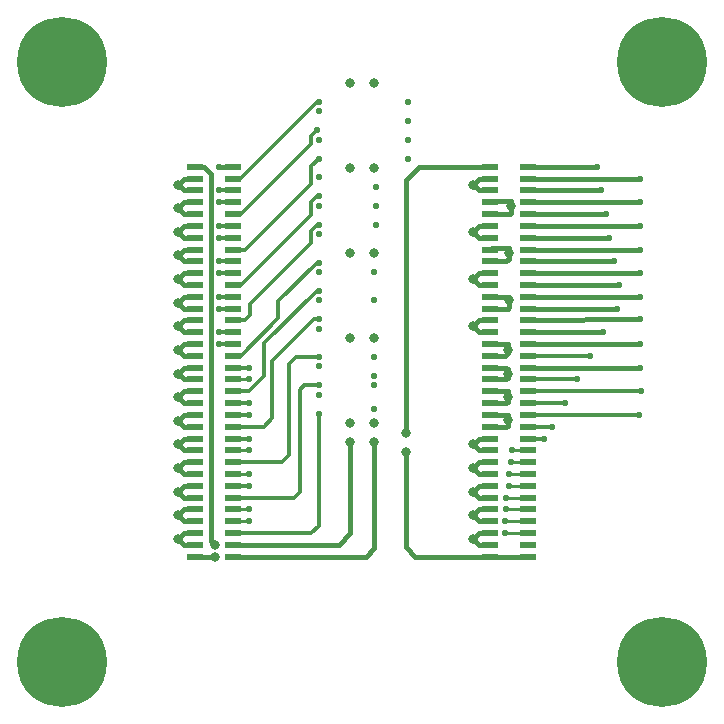
<source format=gbr>
%TF.GenerationSoftware,KiCad,Pcbnew,(5.1.9-0-10_14)*%
%TF.CreationDate,2021-04-27T11:00:09-04:00*%
%TF.ProjectId,backplane-prototype,6261636b-706c-4616-9e65-2d70726f746f,rev?*%
%TF.SameCoordinates,Original*%
%TF.FileFunction,Copper,L1,Top*%
%TF.FilePolarity,Positive*%
%FSLAX46Y46*%
G04 Gerber Fmt 4.6, Leading zero omitted, Abs format (unit mm)*
G04 Created by KiCad (PCBNEW (5.1.9-0-10_14)) date 2021-04-27 11:00:09*
%MOMM*%
%LPD*%
G01*
G04 APERTURE LIST*
%TA.AperFunction,SMDPad,CuDef*%
%ADD10R,1.370000X0.610000*%
%TD*%
%TA.AperFunction,ComponentPad*%
%ADD11C,7.620000*%
%TD*%
%TA.AperFunction,ViaPad*%
%ADD12C,0.800000*%
%TD*%
%TA.AperFunction,ViaPad*%
%ADD13C,0.558800*%
%TD*%
%TA.AperFunction,Conductor*%
%ADD14C,0.431800*%
%TD*%
%TA.AperFunction,Conductor*%
%ADD15C,0.330200*%
%TD*%
%TA.AperFunction,Conductor*%
%ADD16C,0.381000*%
%TD*%
%TA.AperFunction,Conductor*%
%ADD17C,0.279400*%
%TD*%
G04 APERTURE END LIST*
D10*
%TO.P,J1,1*%
%TO.N,/CH0*%
X138550000Y-89500000D03*
%TO.P,J1,2*%
%TO.N,/BIAS1*%
X135348000Y-89500000D03*
%TO.P,J1,3*%
%TO.N,/CH1*%
X138550000Y-90500000D03*
%TO.P,J1,4*%
%TO.N,GND*%
X135348000Y-90500000D03*
%TO.P,J1,5*%
%TO.N,/CH2*%
X138550000Y-91500000D03*
%TO.P,J1,6*%
%TO.N,GND*%
X135348000Y-91500000D03*
%TO.P,J1,7*%
%TO.N,/CH3*%
X138550000Y-92500000D03*
%TO.P,J1,8*%
%TO.N,GND*%
X135348000Y-92500000D03*
%TO.P,J1,9*%
%TO.N,/CH4*%
X138550000Y-93500000D03*
%TO.P,J1,10*%
%TO.N,GND*%
X135348000Y-93500000D03*
%TO.P,J1,11*%
%TO.N,/CH5*%
X138550000Y-94500000D03*
%TO.P,J1,12*%
%TO.N,GND*%
X135348000Y-94500000D03*
%TO.P,J1,13*%
%TO.N,/CH6*%
X138550000Y-95500000D03*
%TO.P,J1,14*%
%TO.N,GND*%
X135348000Y-95500000D03*
%TO.P,J1,15*%
%TO.N,/CH7*%
X138550000Y-96500000D03*
%TO.P,J1,16*%
%TO.N,GND*%
X135348000Y-96500000D03*
%TO.P,J1,17*%
%TO.N,/CH8*%
X138550000Y-97500000D03*
%TO.P,J1,18*%
%TO.N,GND*%
X135348000Y-97500000D03*
%TO.P,J1,19*%
%TO.N,/CH9*%
X138550000Y-98500000D03*
%TO.P,J1,20*%
%TO.N,GND*%
X135348000Y-98500000D03*
%TO.P,J1,21*%
%TO.N,/CH10*%
X138550000Y-99500000D03*
%TO.P,J1,22*%
%TO.N,GND*%
X135348000Y-99500000D03*
%TO.P,J1,23*%
%TO.N,/CH11*%
X138550000Y-100500000D03*
%TO.P,J1,24*%
%TO.N,GND*%
X135348000Y-100500000D03*
%TO.P,J1,25*%
%TO.N,/CH12*%
X138550000Y-101500000D03*
%TO.P,J1,26*%
%TO.N,GND*%
X135348000Y-101500000D03*
%TO.P,J1,27*%
%TO.N,/CH13*%
X138550000Y-102500000D03*
%TO.P,J1,28*%
%TO.N,GND*%
X135348000Y-102500000D03*
%TO.P,J1,29*%
%TO.N,/CH14*%
X138550000Y-103500000D03*
%TO.P,J1,30*%
%TO.N,GND*%
X135348000Y-103500000D03*
%TO.P,J1,31*%
%TO.N,/CH15*%
X138550000Y-104500000D03*
%TO.P,J1,32*%
%TO.N,GND*%
X135348000Y-104500000D03*
%TO.P,J1,33*%
%TO.N,/CH16*%
X138550000Y-105500000D03*
%TO.P,J1,34*%
%TO.N,GND*%
X135348000Y-105500000D03*
%TO.P,J1,35*%
%TO.N,/CH17*%
X138550000Y-106500000D03*
%TO.P,J1,36*%
%TO.N,GND*%
X135348000Y-106500000D03*
%TO.P,J1,37*%
%TO.N,/CH18*%
X138550000Y-107500000D03*
%TO.P,J1,38*%
%TO.N,GND*%
X135348000Y-107500000D03*
%TO.P,J1,39*%
%TO.N,/CH19*%
X138550000Y-108500000D03*
%TO.P,J1,40*%
%TO.N,GND*%
X135348000Y-108500000D03*
%TO.P,J1,41*%
%TO.N,/CH20*%
X138550000Y-109500000D03*
%TO.P,J1,42*%
%TO.N,GND*%
X135348000Y-109500000D03*
%TO.P,J1,43*%
%TO.N,/CH21*%
X138550000Y-110500000D03*
%TO.P,J1,44*%
%TO.N,GND*%
X135348000Y-110500000D03*
%TO.P,J1,45*%
%TO.N,/CH22*%
X138550000Y-111500000D03*
%TO.P,J1,46*%
%TO.N,GND*%
X135348000Y-111500000D03*
%TO.P,J1,47*%
%TO.N,/CH23*%
X138550000Y-112500000D03*
%TO.P,J1,48*%
%TO.N,GND*%
X135348000Y-112500000D03*
%TO.P,J1,49*%
%TO.N,/CH24*%
X138550000Y-113500000D03*
%TO.P,J1,50*%
%TO.N,GND*%
X135348000Y-113500000D03*
%TO.P,J1,51*%
%TO.N,/CH25*%
X138550000Y-114500000D03*
%TO.P,J1,52*%
%TO.N,GND*%
X135348000Y-114500000D03*
%TO.P,J1,53*%
%TO.N,/CH26*%
X138550000Y-115500000D03*
%TO.P,J1,54*%
%TO.N,GND*%
X135348000Y-115500000D03*
%TO.P,J1,55*%
%TO.N,/CH27*%
X138550000Y-116500000D03*
%TO.P,J1,56*%
%TO.N,GND*%
X135348000Y-116500000D03*
%TO.P,J1,57*%
%TO.N,/CH28*%
X138550000Y-117500000D03*
%TO.P,J1,58*%
%TO.N,GND*%
X135348000Y-117500000D03*
%TO.P,J1,59*%
%TO.N,/CH29*%
X138550000Y-118500000D03*
%TO.P,J1,60*%
%TO.N,GND*%
X135348000Y-118500000D03*
%TO.P,J1,61*%
%TO.N,/CH30*%
X138550000Y-119500000D03*
%TO.P,J1,62*%
%TO.N,GND*%
X135348000Y-119500000D03*
%TO.P,J1,63*%
%TO.N,/CH31*%
X138550000Y-120500000D03*
%TO.P,J1,64*%
%TO.N,GND*%
X135348000Y-120500000D03*
%TO.P,J1,65*%
%TO.N,/VDD*%
X138550000Y-121500000D03*
%TO.P,J1,66*%
%TO.N,GND*%
X135348000Y-121500000D03*
%TO.P,J1,67*%
%TO.N,/OUT*%
X138550000Y-122500000D03*
%TO.P,J1,68*%
%TO.N,/BIAS2*%
X135348000Y-122500000D03*
%TD*%
%TO.P,J3,68*%
%TO.N,/BIAS4*%
X160348000Y-122500000D03*
%TO.P,J3,67*%
X163550000Y-122500000D03*
%TO.P,J3,66*%
%TO.N,GND*%
X160348000Y-121500000D03*
%TO.P,J3,65*%
%TO.N,Net-(J3-Pad65)*%
X163550000Y-121500000D03*
%TO.P,J3,64*%
%TO.N,GND*%
X160348000Y-120500000D03*
%TO.P,J3,63*%
%TO.N,/BCH31*%
X163550000Y-120500000D03*
%TO.P,J3,62*%
%TO.N,GND*%
X160348000Y-119500000D03*
%TO.P,J3,61*%
%TO.N,/BCH30*%
X163550000Y-119500000D03*
%TO.P,J3,60*%
%TO.N,GND*%
X160348000Y-118500000D03*
%TO.P,J3,59*%
%TO.N,/BCH29*%
X163550000Y-118500000D03*
%TO.P,J3,58*%
%TO.N,GND*%
X160348000Y-117500000D03*
%TO.P,J3,57*%
%TO.N,/BCH28*%
X163550000Y-117500000D03*
%TO.P,J3,56*%
%TO.N,GND*%
X160348000Y-116500000D03*
%TO.P,J3,55*%
%TO.N,/BCH27*%
X163550000Y-116500000D03*
%TO.P,J3,54*%
%TO.N,GND*%
X160348000Y-115500000D03*
%TO.P,J3,53*%
%TO.N,/BCH26*%
X163550000Y-115500000D03*
%TO.P,J3,52*%
%TO.N,GND*%
X160348000Y-114500000D03*
%TO.P,J3,51*%
%TO.N,/BCH25*%
X163550000Y-114500000D03*
%TO.P,J3,50*%
%TO.N,GND*%
X160348000Y-113500000D03*
%TO.P,J3,49*%
%TO.N,/BCH24*%
X163550000Y-113500000D03*
%TO.P,J3,48*%
%TO.N,GND*%
X160348000Y-112500000D03*
%TO.P,J3,47*%
%TO.N,/BCH23*%
X163550000Y-112500000D03*
%TO.P,J3,46*%
%TO.N,GND*%
X160348000Y-111500000D03*
%TO.P,J3,45*%
%TO.N,/BCH22*%
X163550000Y-111500000D03*
%TO.P,J3,44*%
%TO.N,GND*%
X160348000Y-110500000D03*
%TO.P,J3,43*%
%TO.N,/BCH21*%
X163550000Y-110500000D03*
%TO.P,J3,42*%
%TO.N,GND*%
X160348000Y-109500000D03*
%TO.P,J3,41*%
%TO.N,/BCH20*%
X163550000Y-109500000D03*
%TO.P,J3,40*%
%TO.N,GND*%
X160348000Y-108500000D03*
%TO.P,J3,39*%
%TO.N,/BCH19*%
X163550000Y-108500000D03*
%TO.P,J3,38*%
%TO.N,GND*%
X160348000Y-107500000D03*
%TO.P,J3,37*%
%TO.N,/BCH18*%
X163550000Y-107500000D03*
%TO.P,J3,36*%
%TO.N,GND*%
X160348000Y-106500000D03*
%TO.P,J3,35*%
%TO.N,/BCH17*%
X163550000Y-106500000D03*
%TO.P,J3,34*%
%TO.N,GND*%
X160348000Y-105500000D03*
%TO.P,J3,33*%
%TO.N,/BCH16*%
X163550000Y-105500000D03*
%TO.P,J3,32*%
%TO.N,GND*%
X160348000Y-104500000D03*
%TO.P,J3,31*%
%TO.N,/BCH15*%
X163550000Y-104500000D03*
%TO.P,J3,30*%
%TO.N,GND*%
X160348000Y-103500000D03*
%TO.P,J3,29*%
%TO.N,/BCH14*%
X163550000Y-103500000D03*
%TO.P,J3,28*%
%TO.N,GND*%
X160348000Y-102500000D03*
%TO.P,J3,27*%
%TO.N,/BCH13*%
X163550000Y-102500000D03*
%TO.P,J3,26*%
%TO.N,GND*%
X160348000Y-101500000D03*
%TO.P,J3,25*%
%TO.N,/BCH12*%
X163550000Y-101500000D03*
%TO.P,J3,24*%
%TO.N,GND*%
X160348000Y-100500000D03*
%TO.P,J3,23*%
%TO.N,/BCH11*%
X163550000Y-100500000D03*
%TO.P,J3,22*%
%TO.N,GND*%
X160348000Y-99500000D03*
%TO.P,J3,21*%
%TO.N,/BCH10*%
X163550000Y-99500000D03*
%TO.P,J3,20*%
%TO.N,GND*%
X160348000Y-98500000D03*
%TO.P,J3,19*%
%TO.N,/BCH9*%
X163550000Y-98500000D03*
%TO.P,J3,18*%
%TO.N,GND*%
X160348000Y-97500000D03*
%TO.P,J3,17*%
%TO.N,/BCH8*%
X163550000Y-97500000D03*
%TO.P,J3,16*%
%TO.N,GND*%
X160348000Y-96500000D03*
%TO.P,J3,15*%
%TO.N,/BCH7*%
X163550000Y-96500000D03*
%TO.P,J3,14*%
%TO.N,GND*%
X160348000Y-95500000D03*
%TO.P,J3,13*%
%TO.N,/BCH6*%
X163550000Y-95500000D03*
%TO.P,J3,12*%
%TO.N,GND*%
X160348000Y-94500000D03*
%TO.P,J3,11*%
%TO.N,/BCH5*%
X163550000Y-94500000D03*
%TO.P,J3,10*%
%TO.N,GND*%
X160348000Y-93500000D03*
%TO.P,J3,9*%
%TO.N,/BCH4*%
X163550000Y-93500000D03*
%TO.P,J3,8*%
%TO.N,GND*%
X160348000Y-92500000D03*
%TO.P,J3,7*%
%TO.N,/BCH3*%
X163550000Y-92500000D03*
%TO.P,J3,6*%
%TO.N,GND*%
X160348000Y-91500000D03*
%TO.P,J3,5*%
%TO.N,/BCH2*%
X163550000Y-91500000D03*
%TO.P,J3,4*%
%TO.N,GND*%
X160348000Y-90500000D03*
%TO.P,J3,3*%
%TO.N,/BCH1*%
X163550000Y-90500000D03*
%TO.P,J3,2*%
%TO.N,/BIAS3*%
X160348000Y-89500000D03*
%TO.P,J3,1*%
%TO.N,/BCH0*%
X163550000Y-89500000D03*
%TD*%
D11*
%TO.P,H1,1*%
%TO.N,GND*%
X124100000Y-80600000D03*
%TD*%
%TO.P,H2,2*%
%TO.N,GND*%
X174900000Y-80600000D03*
%TD*%
%TO.P,H3,3*%
%TO.N,GND*%
X124100000Y-131400000D03*
%TD*%
%TO.P,H4,4*%
%TO.N,GND*%
X174900000Y-131400000D03*
%TD*%
D12*
%TO.N,/BIAS2*%
X137000000Y-122500000D03*
%TO.N,/OUT*%
X150500000Y-112800000D03*
%TO.N,GND*%
X158900000Y-91000000D03*
X158900000Y-95000000D03*
X158900000Y-99000000D03*
X158900000Y-103000000D03*
X158900000Y-119000000D03*
X158900000Y-121000000D03*
X133900000Y-121000000D03*
X133900000Y-119000000D03*
X133900000Y-117000000D03*
X133900000Y-115000000D03*
X133900000Y-113000000D03*
X133900000Y-111000000D03*
X133900000Y-109000000D03*
X133900000Y-107000000D03*
X133900000Y-105000000D03*
X133900000Y-103000000D03*
X133900000Y-101000000D03*
X133900000Y-99000000D03*
X133900000Y-97000000D03*
X133900000Y-95000000D03*
X133900000Y-93000000D03*
X133900000Y-91000000D03*
X162100000Y-92800000D03*
X161900000Y-96800000D03*
X161900000Y-100800000D03*
X161800000Y-107000000D03*
X161800000Y-109000000D03*
X158900000Y-113000000D03*
X158900000Y-115000000D03*
X158900000Y-117000000D03*
X161800000Y-110900000D03*
X161800000Y-105000000D03*
X148500000Y-111200000D03*
X150500000Y-111200000D03*
X148500000Y-104000000D03*
X148500000Y-96800000D03*
X148500000Y-89600000D03*
X148500000Y-82400000D03*
X150500000Y-104000000D03*
X150500000Y-96800000D03*
X150500000Y-89600000D03*
X150500000Y-82400000D03*
%TO.N,/VDD*%
X148500000Y-112800000D03*
D13*
%TO.N,/CH31*%
X145800000Y-110400000D03*
%TO.N,/CH30*%
X139900000Y-119500000D03*
%TO.N,/CH29*%
X145800000Y-108800000D03*
X139900000Y-118500000D03*
%TO.N,/CH28*%
X145800000Y-108000000D03*
%TO.N,/CH27*%
X139900000Y-116500000D03*
%TO.N,/CH26*%
X139900000Y-115500000D03*
X145800000Y-106400000D03*
%TO.N,/CH25*%
X145800000Y-105600000D03*
%TO.N,/CH24*%
X139900000Y-113500000D03*
%TO.N,/CH23*%
X145800000Y-103200000D03*
X139900000Y-112500000D03*
%TO.N,/CH22*%
X145800000Y-102400000D03*
%TO.N,/CH21*%
X139900000Y-110500000D03*
%TO.N,/CH20*%
X139900000Y-109500000D03*
X145800000Y-100800000D03*
%TO.N,/CH19*%
X145800000Y-100000000D03*
%TO.N,/CH18*%
X139900000Y-107500000D03*
%TO.N,/CH17*%
X145800000Y-98400000D03*
X139900000Y-106500000D03*
%TO.N,/CH16*%
X145800000Y-97600000D03*
%TO.N,/CH15*%
X137400000Y-104500000D03*
%TO.N,/CH14*%
X145800000Y-95200000D03*
X137400000Y-103500000D03*
%TO.N,/CH13*%
X145800000Y-94400000D03*
%TO.N,/CH12*%
X137400000Y-101500000D03*
%TO.N,/CH11*%
X145800000Y-92800000D03*
X137400000Y-100500000D03*
%TO.N,/CH10*%
X145800000Y-92000000D03*
%TO.N,/CH9*%
X137400000Y-98500000D03*
%TO.N,/CH8*%
X145800000Y-90400000D03*
X137400000Y-97500000D03*
%TO.N,/CH7*%
X145800000Y-88800000D03*
%TO.N,/CH6*%
X137400000Y-95500000D03*
%TO.N,/CH5*%
X145800000Y-87200000D03*
X137400000Y-94500000D03*
%TO.N,/CH4*%
X145646138Y-86400000D03*
%TO.N,/CH3*%
X137400000Y-92500000D03*
%TO.N,/CH2*%
X145800000Y-84800000D03*
X137400000Y-91500000D03*
%TO.N,/CH1*%
X145800000Y-84000000D03*
D12*
%TO.N,/BIAS1*%
X137000000Y-121500000D03*
D13*
%TO.N,/CH0*%
X137400000Y-89500000D03*
%TO.N,/BCH0*%
X169400000Y-89500000D03*
%TO.N,/BCH1*%
X173000000Y-90500000D03*
X153400000Y-84000000D03*
%TO.N,/BCH2*%
X169700000Y-91500000D03*
%TO.N,/BCH3*%
X173000000Y-92500000D03*
X153400000Y-85600000D03*
%TO.N,/BCH4*%
X170100000Y-93500000D03*
%TO.N,/BCH5*%
X173000000Y-94500000D03*
X153400000Y-87200000D03*
%TO.N,/BCH6*%
X170400000Y-95500000D03*
%TO.N,/BCH7*%
X173000000Y-96500000D03*
X153400000Y-88800000D03*
%TO.N,/BCH8*%
X170800000Y-97500000D03*
%TO.N,/BCH9*%
X150700000Y-91200000D03*
X173000000Y-98500000D03*
%TO.N,/BCH10*%
X171271461Y-99528539D03*
%TO.N,/BCH11*%
X150700000Y-92800000D03*
X173000000Y-100500000D03*
%TO.N,/BCH12*%
X171100000Y-101500000D03*
%TO.N,/BCH13*%
X150700000Y-94400000D03*
X173000000Y-102400000D03*
%TO.N,/BCH14*%
X169900000Y-103500000D03*
%TO.N,/BCH15*%
X173000000Y-104500000D03*
%TO.N,/BCH16*%
X168800000Y-105500000D03*
%TO.N,/BCH17*%
X173000000Y-106500000D03*
X150500000Y-98400000D03*
%TO.N,/BCH18*%
X167700000Y-107500000D03*
%TO.N,/BCH19*%
X173100000Y-108500000D03*
%TO.N,/BCH20*%
X166700000Y-109500000D03*
X150500000Y-100800000D03*
%TO.N,/BCH21*%
X172900000Y-110500000D03*
%TO.N,/BCH22*%
X165600000Y-111500000D03*
%TO.N,/BCH23*%
X164900000Y-112500000D03*
%TO.N,/BCH24*%
X162200000Y-113500000D03*
%TO.N,/BCH25*%
X162100000Y-114500000D03*
X150500000Y-105600000D03*
%TO.N,/BCH26*%
X161900000Y-115500000D03*
%TO.N,/BCH27*%
X161900000Y-116500000D03*
X150500000Y-107200000D03*
%TO.N,/BCH28*%
X161700000Y-117500000D03*
X150500000Y-108000000D03*
%TO.N,/BCH29*%
X161700000Y-118500000D03*
%TO.N,/BCH30*%
X161600000Y-119500000D03*
%TO.N,/BCH31*%
X161600000Y-120500000D03*
X150500000Y-110000000D03*
D12*
%TO.N,/BIAS3*%
X153200000Y-112000000D03*
%TO.N,/BIAS4*%
X153200000Y-113600000D03*
%TD*%
D14*
%TO.N,/BIAS2*%
X137000000Y-122500000D02*
X136400000Y-122500000D01*
X136400000Y-122500000D02*
X135348000Y-122500000D01*
D15*
%TO.N,/OUT*%
X150500000Y-112800000D02*
X150500000Y-112800000D01*
D16*
X149800000Y-122500000D02*
X138550000Y-122500000D01*
X150500000Y-121800000D02*
X149800000Y-122500000D01*
X150500000Y-112800000D02*
X150500000Y-121800000D01*
%TO.N,GND*%
X160348000Y-90500000D02*
X159400000Y-90500000D01*
X159400000Y-90500000D02*
X158900000Y-91000000D01*
X159400000Y-91500000D02*
X158900000Y-91000000D01*
X160348000Y-91500000D02*
X159400000Y-91500000D01*
X158900000Y-91000000D02*
X158900000Y-91000000D01*
X160348000Y-94500000D02*
X159400000Y-94500000D01*
X160348000Y-95500000D02*
X159400000Y-95500000D01*
X158900000Y-95000000D02*
X158900000Y-95000000D01*
X159400000Y-94500000D02*
X158900000Y-95000000D01*
X159400000Y-95500000D02*
X158900000Y-95000000D01*
X160348000Y-98500000D02*
X159400000Y-98500000D01*
X159400000Y-99500000D02*
X158900000Y-99000000D01*
X158900000Y-99000000D02*
X158900000Y-99000000D01*
X160348000Y-99500000D02*
X159400000Y-99500000D01*
X159400000Y-98500000D02*
X158900000Y-99000000D01*
X160348000Y-102500000D02*
X159400000Y-102500000D01*
X159400000Y-102500000D02*
X158900000Y-103000000D01*
X158900000Y-103000000D02*
X158900000Y-103000000D01*
X159400000Y-103500000D02*
X158900000Y-103000000D01*
X160348000Y-103500000D02*
X159400000Y-103500000D01*
X159400000Y-119500000D02*
X158900000Y-119000000D01*
X158900000Y-119000000D02*
X158900000Y-119000000D01*
X159400000Y-118500000D02*
X158900000Y-119000000D01*
X160348000Y-118500000D02*
X159400000Y-118500000D01*
X160348000Y-119500000D02*
X159400000Y-119500000D01*
X160348000Y-121500000D02*
X159400000Y-121500000D01*
X160348000Y-120500000D02*
X159400000Y-120500000D01*
X159400000Y-120500000D02*
X158900000Y-121000000D01*
X159400000Y-121500000D02*
X158900000Y-121000000D01*
X158900000Y-121000000D02*
X158900000Y-121000000D01*
X134400000Y-120500000D02*
X133900000Y-121000000D01*
X134400000Y-121500000D02*
X133900000Y-121000000D01*
X135348000Y-121500000D02*
X134400000Y-121500000D01*
X135348000Y-120500000D02*
X134400000Y-120500000D01*
X133900000Y-121000000D02*
X133900000Y-121000000D01*
X133900000Y-119000000D02*
X133900000Y-119000000D01*
X135348000Y-118500000D02*
X134400000Y-118500000D01*
X135348000Y-119500000D02*
X134400000Y-119500000D01*
X134400000Y-119500000D02*
X133900000Y-119000000D01*
X134400000Y-118500000D02*
X133900000Y-119000000D01*
X134400000Y-117500000D02*
X133900000Y-117000000D01*
X134400000Y-116500000D02*
X133900000Y-117000000D01*
X133900000Y-117000000D02*
X133900000Y-117000000D01*
X135348000Y-116500000D02*
X134400000Y-116500000D01*
X135348000Y-117500000D02*
X134400000Y-117500000D01*
X135348000Y-115500000D02*
X134400000Y-115500000D01*
X134400000Y-115500000D02*
X133900000Y-115000000D01*
X134400000Y-114500000D02*
X133900000Y-115000000D01*
X135348000Y-114500000D02*
X134400000Y-114500000D01*
X133900000Y-115000000D02*
X133900000Y-115000000D01*
X133900000Y-113000000D02*
X133900000Y-113000000D01*
X135348000Y-113500000D02*
X134400000Y-113500000D01*
X135348000Y-112500000D02*
X134400000Y-112500000D01*
X134400000Y-113500000D02*
X133900000Y-113000000D01*
X134400000Y-112500000D02*
X133900000Y-113000000D01*
X134400000Y-110500000D02*
X133900000Y-111000000D01*
X135348000Y-111500000D02*
X134400000Y-111500000D01*
X134400000Y-111500000D02*
X133900000Y-111000000D01*
X133900000Y-111000000D02*
X133900000Y-111000000D01*
X135348000Y-110500000D02*
X134400000Y-110500000D01*
X134400000Y-109500000D02*
X133900000Y-109000000D01*
X134400000Y-108500000D02*
X133900000Y-109000000D01*
X135348000Y-108500000D02*
X134400000Y-108500000D01*
X135348000Y-109500000D02*
X134400000Y-109500000D01*
X133900000Y-109000000D02*
X133900000Y-109000000D01*
X135348000Y-106500000D02*
X134400000Y-106500000D01*
X133900000Y-107000000D02*
X133900000Y-107000000D01*
X134400000Y-107500000D02*
X133900000Y-107000000D01*
X135348000Y-107500000D02*
X134400000Y-107500000D01*
X134400000Y-106500000D02*
X133900000Y-107000000D01*
X134400000Y-105500000D02*
X133900000Y-105000000D01*
X134400000Y-104500000D02*
X133900000Y-105000000D01*
X135348000Y-105500000D02*
X134400000Y-105500000D01*
X133900000Y-105000000D02*
X133900000Y-105000000D01*
X135348000Y-104500000D02*
X134400000Y-104500000D01*
X134400000Y-103500000D02*
X133900000Y-103000000D01*
X133900000Y-103000000D02*
X133900000Y-103000000D01*
X135348000Y-102500000D02*
X134400000Y-102500000D01*
X135348000Y-103500000D02*
X134400000Y-103500000D01*
X134400000Y-102500000D02*
X133900000Y-103000000D01*
X133900000Y-101000000D02*
X133900000Y-101000000D01*
X135348000Y-100500000D02*
X134400000Y-100500000D01*
X134400000Y-100500000D02*
X133900000Y-101000000D01*
X134400000Y-101500000D02*
X133900000Y-101000000D01*
X135348000Y-101500000D02*
X134400000Y-101500000D01*
X133900000Y-99000000D02*
X133900000Y-99000000D01*
X135348000Y-99500000D02*
X134400000Y-99500000D01*
X134400000Y-99500000D02*
X133900000Y-99000000D01*
X134400000Y-98500000D02*
X133900000Y-99000000D01*
X135348000Y-98500000D02*
X134400000Y-98500000D01*
X134400000Y-96500000D02*
X133900000Y-97000000D01*
X133900000Y-97000000D02*
X133900000Y-97000000D01*
X134400000Y-97500000D02*
X133900000Y-97000000D01*
X135348000Y-97500000D02*
X134400000Y-97500000D01*
X135348000Y-96500000D02*
X134400000Y-96500000D01*
X134400000Y-95500000D02*
X133900000Y-95000000D01*
X133900000Y-95000000D02*
X133900000Y-95000000D01*
X135348000Y-95500000D02*
X134400000Y-95500000D01*
X134400000Y-94500000D02*
X133900000Y-95000000D01*
X135348000Y-94500000D02*
X134400000Y-94500000D01*
X135348000Y-92500000D02*
X134400000Y-92500000D01*
X133900000Y-93000000D02*
X133900000Y-93000000D01*
X135348000Y-93500000D02*
X134400000Y-93500000D01*
X134400000Y-92500000D02*
X133900000Y-93000000D01*
X134400000Y-93500000D02*
X133900000Y-93000000D01*
X133900000Y-91000000D02*
X133900000Y-91000000D01*
X134400000Y-91500000D02*
X133900000Y-91000000D01*
X135348000Y-91500000D02*
X134400000Y-91500000D01*
X134400000Y-90500000D02*
X133900000Y-91000000D01*
X135348000Y-90500000D02*
X134400000Y-90500000D01*
X162100000Y-93400000D02*
X162100000Y-92800000D01*
X162000000Y-93500000D02*
X162100000Y-93400000D01*
X160348000Y-93500000D02*
X162000000Y-93500000D01*
X162100000Y-92800000D02*
X162100000Y-92400000D01*
X160448000Y-92400000D02*
X160348000Y-92500000D01*
X162100000Y-92400000D02*
X160448000Y-92400000D01*
X160448000Y-96400000D02*
X160348000Y-96500000D01*
X161900000Y-96800000D02*
X161900000Y-96400000D01*
X161900000Y-96800000D02*
X161900000Y-97300000D01*
X161900000Y-97300000D02*
X161700000Y-97500000D01*
X161900000Y-96400000D02*
X160448000Y-96400000D01*
X161700000Y-97500000D02*
X160348000Y-97500000D01*
X161900000Y-100800000D02*
X161900000Y-100500000D01*
X161900000Y-100500000D02*
X160348000Y-100500000D01*
X161900000Y-101400000D02*
X161900000Y-100800000D01*
X161800000Y-101500000D02*
X161900000Y-101400000D01*
X160348000Y-101500000D02*
X161800000Y-101500000D01*
D15*
X160700000Y-105500000D02*
X160348000Y-105500000D01*
D17*
X160700000Y-107500000D02*
X160348000Y-107500000D01*
D16*
X161800000Y-107000000D02*
X161800000Y-106600000D01*
X161700000Y-106500000D02*
X160348000Y-106500000D01*
X161800000Y-106600000D02*
X161700000Y-106500000D01*
X161800000Y-107000000D02*
X161800000Y-107400000D01*
X161700000Y-107500000D02*
X160348000Y-107500000D01*
X161800000Y-107400000D02*
X161700000Y-107500000D01*
X161800000Y-108500000D02*
X160348000Y-108500000D01*
X161800000Y-109000000D02*
X161800000Y-108500000D01*
X161800000Y-109000000D02*
X161800000Y-109400000D01*
X161700000Y-109500000D02*
X160348000Y-109500000D01*
X161800000Y-109400000D02*
X161700000Y-109500000D01*
X159400000Y-112500000D02*
X158900000Y-113000000D01*
X160348000Y-112500000D02*
X159400000Y-112500000D01*
X159400000Y-113500000D02*
X158900000Y-113000000D01*
X160348000Y-113500000D02*
X159400000Y-113500000D01*
X159400000Y-114500000D02*
X158900000Y-115000000D01*
X160348000Y-114500000D02*
X159400000Y-114500000D01*
X159400000Y-115500000D02*
X158900000Y-115000000D01*
X160348000Y-115500000D02*
X159400000Y-115500000D01*
X159400000Y-116500000D02*
X158900000Y-117000000D01*
X160348000Y-116500000D02*
X159400000Y-116500000D01*
X159400000Y-117500000D02*
X158900000Y-117000000D01*
X160348000Y-117500000D02*
X159400000Y-117500000D01*
X160348000Y-110500000D02*
X161800000Y-110500000D01*
X161800000Y-110500000D02*
X161800000Y-110900000D01*
X161800000Y-110900000D02*
X161800000Y-111400000D01*
X161700000Y-111500000D02*
X160348000Y-111500000D01*
X161800000Y-111400000D02*
X161700000Y-111500000D01*
X160348000Y-104500000D02*
X161800000Y-104500000D01*
X161800000Y-104500000D02*
X161800000Y-105000000D01*
X161800000Y-105000000D02*
X161800000Y-105300000D01*
X161600000Y-105500000D02*
X160348000Y-105500000D01*
X161800000Y-105300000D02*
X161600000Y-105500000D01*
D15*
%TO.N,/VDD*%
X148500000Y-112800000D02*
X148500000Y-112800000D01*
D16*
X138550000Y-121500000D02*
X147500000Y-121500000D01*
X147500000Y-121500000D02*
X148500000Y-120500000D01*
X148500000Y-120500000D02*
X148500000Y-112800000D01*
D15*
%TO.N,/CH31*%
X138550000Y-120500000D02*
X145200000Y-120500000D01*
X145800000Y-119900000D02*
X145800000Y-110400000D01*
X145200000Y-120500000D02*
X145800000Y-119900000D01*
D17*
%TO.N,/CH30*%
X138550000Y-119500000D02*
X139900000Y-119500000D01*
X139900000Y-119500000D02*
X139900000Y-119500000D01*
%TO.N,/CH29*%
X138550000Y-118500000D02*
X139900000Y-118500000D01*
X139900000Y-118500000D02*
X139900000Y-118500000D01*
D15*
%TO.N,/CH28*%
X145800000Y-108000000D02*
X145800000Y-108000000D01*
X144200000Y-108400000D02*
X144600000Y-108000000D01*
X144200000Y-117000000D02*
X144200000Y-108400000D01*
X143700000Y-117500000D02*
X144200000Y-117000000D01*
X144600000Y-108000000D02*
X145800000Y-108000000D01*
X138550000Y-117500000D02*
X143700000Y-117500000D01*
%TO.N,/CH27*%
X138550000Y-116500000D02*
X139900000Y-116500000D01*
D17*
%TO.N,/CH26*%
X138550000Y-115500000D02*
X139900000Y-115500000D01*
X139900000Y-115500000D02*
X139900000Y-115500000D01*
D15*
%TO.N,/CH25*%
X138550000Y-114500000D02*
X142700000Y-114500000D01*
X143300000Y-113900000D02*
X143300000Y-106200000D01*
X142700000Y-114500000D02*
X143300000Y-113900000D01*
X143900000Y-105600000D02*
X145800000Y-105600000D01*
X143300000Y-106200000D02*
X143900000Y-105600000D01*
D17*
%TO.N,/CH24*%
X138550000Y-113500000D02*
X139900000Y-113500000D01*
X139900000Y-113500000D02*
X139900000Y-113500000D01*
D15*
%TO.N,/CH23*%
X138550000Y-112500000D02*
X139900000Y-112500000D01*
X139900000Y-112500000D02*
X139900000Y-112500000D01*
%TO.N,/CH22*%
X145404869Y-102400000D02*
X145800000Y-102400000D01*
X141869790Y-105935079D02*
X145404869Y-102400000D01*
X141869790Y-110769790D02*
X141869790Y-105935079D01*
X141139580Y-111500000D02*
X141869790Y-110769790D01*
X138550000Y-111500000D02*
X141139580Y-111500000D01*
%TO.N,/CH21*%
X138550000Y-110500000D02*
X139900000Y-110500000D01*
X139900000Y-110500000D02*
X139900000Y-110500000D01*
%TO.N,/CH20*%
X138550000Y-109500000D02*
X139900000Y-109500000D01*
X139900000Y-109500000D02*
X139900000Y-109500000D01*
%TO.N,/CH19*%
X139900000Y-108500000D02*
X138550000Y-108500000D01*
X141200000Y-107200000D02*
X139900000Y-108500000D01*
X141200000Y-104446138D02*
X141200000Y-107200000D01*
X145646138Y-100000000D02*
X145800000Y-100000000D01*
X141200000Y-104446138D02*
X145646138Y-100000000D01*
D17*
%TO.N,/CH18*%
X138550000Y-107500000D02*
X139900000Y-107500000D01*
X139900000Y-107500000D02*
X139900000Y-107500000D01*
D15*
%TO.N,/CH17*%
X138550000Y-106500000D02*
X139900000Y-106500000D01*
X139900000Y-106500000D02*
X139900000Y-106500000D01*
%TO.N,/CH16*%
X139197182Y-105500000D02*
X142400000Y-102297182D01*
X138550000Y-105500000D02*
X139197182Y-105500000D01*
X142400000Y-102297182D02*
X142400000Y-100846138D01*
X145646138Y-97600000D02*
X145800000Y-97600000D01*
X142400000Y-100846138D02*
X145646138Y-97600000D01*
%TO.N,/CH15*%
X138550000Y-104500000D02*
X137400000Y-104500000D01*
%TO.N,/CH14*%
X138550000Y-103500000D02*
X137400000Y-103500000D01*
%TO.N,/CH13*%
X139565200Y-102500000D02*
X140000000Y-102065200D01*
X138550000Y-102500000D02*
X139565200Y-102500000D01*
X145155499Y-94890639D02*
X145646138Y-94400000D01*
X145155499Y-95958409D02*
X145155499Y-94890639D01*
X140000000Y-101113908D02*
X145155499Y-95958409D01*
X145646138Y-94400000D02*
X145800000Y-94400000D01*
X140000000Y-102065200D02*
X140000000Y-101113908D01*
%TO.N,/CH12*%
X138550000Y-101500000D02*
X137400000Y-101500000D01*
%TO.N,/CH11*%
X138550000Y-100500000D02*
X137400000Y-100500000D01*
%TO.N,/CH10*%
X145155499Y-93541683D02*
X145155499Y-92490639D01*
X139197182Y-99500000D02*
X145155499Y-93541683D01*
X145155499Y-92490639D02*
X145646138Y-92000000D01*
X138550000Y-99500000D02*
X139197182Y-99500000D01*
X145646138Y-92000000D02*
X145800000Y-92000000D01*
X145800000Y-92000000D02*
X145800000Y-92000000D01*
%TO.N,/CH9*%
X138550000Y-98500000D02*
X137400000Y-98500000D01*
%TO.N,/CH8*%
X138550000Y-97500000D02*
X137400000Y-97500000D01*
%TO.N,/CH7*%
X145155499Y-89444501D02*
X145800000Y-88800000D01*
X145155499Y-90909701D02*
X145155499Y-89444501D01*
X139565200Y-96500000D02*
X145155499Y-90909701D01*
X138550000Y-96500000D02*
X139565200Y-96500000D01*
%TO.N,/CH6*%
X138550000Y-95500000D02*
X137400000Y-95500000D01*
%TO.N,/CH5*%
X138550000Y-94500000D02*
X137400000Y-94500000D01*
%TO.N,/CH4*%
X139197182Y-93500000D02*
X138550000Y-93500000D01*
X145155499Y-87541683D02*
X139197182Y-93500000D01*
X145155499Y-86890639D02*
X145155499Y-87541683D01*
X145646138Y-86400000D02*
X145155499Y-86890639D01*
%TO.N,/CH3*%
X138550000Y-92500000D02*
X137400000Y-92500000D01*
%TO.N,/CH2*%
X138550000Y-91500000D02*
X137400000Y-91500000D01*
%TO.N,/CH1*%
X139146138Y-90500000D02*
X145646138Y-84000000D01*
X138550000Y-90500000D02*
X139146138Y-90500000D01*
X145646138Y-84000000D02*
X145800000Y-84000000D01*
X145800000Y-84000000D02*
X145800000Y-84000000D01*
D14*
%TO.N,/BIAS1*%
X136704699Y-90118077D02*
X136704699Y-120104699D01*
X136086622Y-89500000D02*
X136704699Y-90118077D01*
X135348000Y-89500000D02*
X136086622Y-89500000D01*
X136704699Y-120104699D02*
X136704699Y-121204699D01*
X136704699Y-121204699D02*
X137000000Y-121500000D01*
X137000000Y-121500000D02*
X137000000Y-121500000D01*
%TO.N,/CH0*%
X137400000Y-89500000D02*
X137400000Y-89500000D01*
X138550000Y-89500000D02*
X137400000Y-89500000D01*
D16*
%TO.N,/BCH0*%
X163550000Y-89500000D02*
X169400000Y-89500000D01*
%TO.N,/BCH1*%
X164616000Y-90500000D02*
X163550000Y-90500000D01*
X173000000Y-90500000D02*
X164616000Y-90500000D01*
%TO.N,/BCH2*%
X163550000Y-91500000D02*
X169700000Y-91500000D01*
%TO.N,/BCH3*%
X163550000Y-92500000D02*
X173000000Y-92500000D01*
%TO.N,/BCH4*%
X163550000Y-93500000D02*
X170100000Y-93500000D01*
%TO.N,/BCH5*%
X163550000Y-94500000D02*
X173000000Y-94500000D01*
%TO.N,/BCH6*%
X164616000Y-95500000D02*
X170400000Y-95500000D01*
X163550000Y-95500000D02*
X164616000Y-95500000D01*
%TO.N,/BCH7*%
X163550000Y-96500000D02*
X173000000Y-96500000D01*
%TO.N,/BCH8*%
X163550000Y-97500000D02*
X170800000Y-97500000D01*
%TO.N,/BCH9*%
X163550000Y-98500000D02*
X173000000Y-98500000D01*
%TO.N,/BCH10*%
X171242922Y-99500000D02*
X171271461Y-99528539D01*
X163550000Y-99500000D02*
X171242922Y-99500000D01*
%TO.N,/BCH11*%
X171478750Y-100500000D02*
X163550000Y-100500000D01*
X173000000Y-100500000D02*
X171478750Y-100500000D01*
%TO.N,/BCH12*%
X163550000Y-101500000D02*
X171100000Y-101500000D01*
%TO.N,/BCH13*%
X163550000Y-102500000D02*
X173000000Y-102400000D01*
%TO.N,/BCH14*%
X163550000Y-103500000D02*
X169900000Y-103500000D01*
%TO.N,/BCH15*%
X169200000Y-104500000D02*
X163550000Y-104500000D01*
X169200000Y-104500000D02*
X173000000Y-104500000D01*
D15*
%TO.N,/BCH16*%
X163550000Y-105500000D02*
X168800000Y-105500000D01*
D16*
%TO.N,/BCH17*%
X163550000Y-106500000D02*
X173000000Y-106500000D01*
D15*
%TO.N,/BCH18*%
X167153862Y-107500000D02*
X167700000Y-107500000D01*
X163550000Y-107500000D02*
X167153862Y-107500000D01*
%TO.N,/BCH19*%
X163550000Y-108500000D02*
X173100000Y-108500000D01*
%TO.N,/BCH20*%
X163550000Y-109500000D02*
X166700000Y-109500000D01*
%TO.N,/BCH21*%
X163550000Y-110500000D02*
X172900000Y-110500000D01*
%TO.N,/BCH22*%
X163550000Y-111500000D02*
X165600000Y-111500000D01*
%TO.N,/BCH23*%
X163550000Y-112500000D02*
X164900000Y-112500000D01*
D17*
%TO.N,/BCH24*%
X163550000Y-113500000D02*
X162200000Y-113500000D01*
%TO.N,/BCH25*%
X162950000Y-114500000D02*
X162100000Y-114500000D01*
%TO.N,/BCH26*%
X162950000Y-115500000D02*
X161900000Y-115500000D01*
%TO.N,/BCH27*%
X162950000Y-116500000D02*
X161900000Y-116500000D01*
%TO.N,/BCH28*%
X162950000Y-117500000D02*
X161700000Y-117500000D01*
%TO.N,/BCH29*%
X162950000Y-118500000D02*
X161700000Y-118500000D01*
%TO.N,/BCH30*%
X162950000Y-119500000D02*
X161600000Y-119500000D01*
%TO.N,/BCH31*%
X162950000Y-120500000D02*
X161600000Y-120500000D01*
D15*
%TO.N,/BIAS3*%
X153200000Y-112000000D02*
X153200000Y-112000000D01*
D14*
X153200000Y-90600000D02*
X153200000Y-112000000D01*
X154300000Y-89500000D02*
X153200000Y-90600000D01*
X160348000Y-89500000D02*
X154300000Y-89500000D01*
D15*
%TO.N,/BIAS4*%
X153200000Y-113600000D02*
X153200000Y-113600000D01*
D14*
X163550000Y-122500000D02*
X160348000Y-122500000D01*
X153200000Y-121700000D02*
X153200000Y-113600000D01*
X154000000Y-122500000D02*
X153200000Y-121700000D01*
X160348000Y-122500000D02*
X154000000Y-122500000D01*
%TD*%
M02*

</source>
